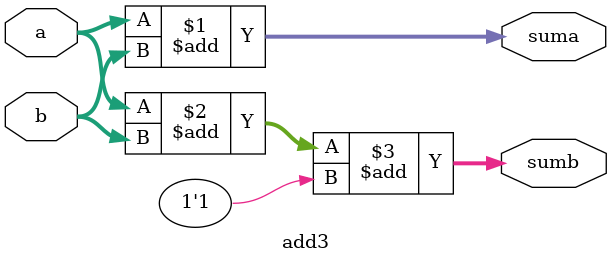
<source format=v>
`timescale 1ns / 1ps

module mpadder3 (
  input wire clk,
  input wire subtract,
  input wire [1026:0] in_a,
  input wire [1026:0] in_b,
  output wire [1027:0] result
);

    wire [1026:0] MuxB = (subtract) ? ~in_b : in_b;
    wire [1027:0] Sum;
    
    
    wire [1027:0] sumA;
    wire [1027:64] sumB;
    
    wire [15:0] carryA;
    wire [15:1] carryB;
    
    wire carry1;
    wire carry2;
    wire carry3;
    wire carry4;
    wire carry5;
    wire carry6;
    wire carry7;
    wire carry8;
    wire carry9;
    wire carry10;
    wire carry11;
    wire carry12;
    wire carry13;
    wire carry14;
    wire carry15;
    wire carry16;
    
  assign {carryA[0],sumA[63:0]} = in_a[63:0] + MuxB[63:0] + subtract;   
  //assign {carryB[0],sumB[63:0]} = 65'b0;
  add64 A2(in_a[127:64], MuxB[127:64],sumA[127:64], carryA[1], sumB[127:64], carryB[1]);
  add64 A3(in_a[191:128], MuxB[191:128],sumA[191:128], carryA[2], sumB[191:128], carryB[2]);
  add64 A4(in_a[255:192], MuxB[255:192],sumA[255:192], carryA[3], sumB[255:192], carryB[3]);
  add64 A5(in_a[319:256], MuxB[319:256],sumA[319:256], carryA[4], sumB[319:256], carryB[4]);
  add64 A6(in_a[383:320], MuxB[383:320],sumA[383:320], carryA[5], sumB[383:320], carryB[5]);
  add64 A7(in_a[447:384], MuxB[447:384],sumA[447:384], carryA[6], sumB[447:384], carryB[6]);
  add64 A8(in_a[511:448], MuxB[511:448],sumA[511:448], carryA[7], sumB[511:448], carryB[7]);
  add64 A9(in_a[575:512], MuxB[575:512],sumA[575:512], carryA[8], sumB[575:512], carryB[8]);
  add64 A10(in_a[639:576], MuxB[639:576],sumA[639:576], carryA[9], sumB[639:576], carryB[9]);
  add64 A11(in_a[703:640], MuxB[703:640],sumA[703:640], carryA[10], sumB[703:640], carryB[10]);
  add64 A12(in_a[767:704], MuxB[767:704],sumA[767:704], carryA[11], sumB[767:704], carryB[11]);
  add64 A13(in_a[831:768], MuxB[831:768],sumA[831:768], carryA[12], sumB[831:768], carryB[12]);
  add64 A14(in_a[895:832], MuxB[895:832],sumA[895:832], carryA[13], sumB[895:832], carryB[13]);
  add64 A15(in_a[959:896], MuxB[959:896],sumA[959:896], carryA[14], sumB[959:896], carryB[14]);
  add64 A16(in_a[1023:960], MuxB[1023:960],sumA[1023:960], carryA[15], sumB[1023:960], carryB[15]);
  add3 A17(in_a[1026:1024], MuxB[1026:1024],sumA[1027:1024], sumB[1027:1024]);
  

    


  reg [1027:0] regA;
  reg [1027:64] regB;
  reg [15:0] regcA;
  reg [15:1] regcB;
  reg sub;
  always @(posedge clk) 
  begin
    regA <= sumA;
    regB <= sumB;
    regcA <= carryA;
    regcB <= carryB;
    sub <= subtract;
  end  
  
    assign carry1 = regcA[0];
    assign carry2 = carry1? regcB[1]: regcA[1];
    assign carry3 = carry2? regcB[2]: regcA[2];
    assign carry4 = carry3? regcB[3]: regcA[3];
    assign carry5 = carry4? regcB[4]: regcA[4];
    assign carry6 = carry5? regcB[5]: regcA[5];
    assign carry7 = carry6? regcB[6]: regcA[6];
    assign carry8 = carry7? regcB[7]: regcA[7];
    assign carry9 = carry8? regcB[8]: regcA[8];
    assign carry10 = carry9? regcB[9]: regcA[9];
    assign carry11 = carry10? regcB[10]: regcA[10];
    assign carry12 = carry11? regcB[11]: regcA[11];
    assign carry13 = carry12? regcB[12]: regcA[12];
    assign carry14 = carry13? regcB[13]: regcA[13];
    assign carry15 = carry14? regcB[14]: regcA[14];
    assign carry16 = carry15? regcB[15]: regcA[15];
  
    assign Sum[63:0] = regA[63:0];
    assign Sum[127:64] = carry1? regB[127:64]: regA[127:64];
    assign Sum[191:128] = carry2? regB[191:128]: regA[191:128];
    assign Sum[255:192] = carry3? regB[255:192]: regA[255:192];
    assign Sum[319:256] = carry4? regB[319:256]: regA[319:256];
    assign Sum[383:320] = carry5? regB[383:320]: regA[383:320];
    assign Sum[447:384] = carry6? regB[447:384]: regA[447:384];
    assign Sum[511:448] = carry7? regB[511:448]: regA[511:448];
    assign Sum[575:512] = carry8? regB[575:512]: regA[575:512];
    assign Sum[639:576] = carry9? regB[639:576]: regA[639:576];
    assign Sum[703:640] = carry10? regB[703:640]: regA[703:640];
    assign Sum[767:704] = carry11? regB[767:704]: regA[767:704];
    assign Sum[831:768] = carry12? regB[831:768]: regA[831:768];
    assign Sum[895:832] = carry13? regB[895:832]: regA[895:832];
    assign Sum[959:896] = carry14? regB[959:896]: regA[959:896];
    assign Sum[1023:960] = carry15? regB[1023:960]: regA[1023:960];
    assign Sum[1027:1024] = carry16? regB[1027:1024]: regA[1027:1024];
  

  wire carry_out = sub ^ Sum[1027];
  assign result = {carry_out, Sum[1026:0]};


endmodule

module add64(
    input wire [63:0] a,
    input wire [63:0] b,
    output wire [63:0] suma,
    output wire carrya,
    output wire [63:0] sumb,
    output wire carryb
    );
    
    assign {carrya, suma} = a+b;
    assign {carryb, sumb} = a+b+1'b1;
    
    
endmodule

module add3(
    input wire [2:0] a,
    input wire [2:0] b,
    output wire [3:0] suma,
    output wire [3:0] sumb
    );
    
    assign suma= a+b;
    assign sumb = a+b+1'b1;
    
    
endmodule

</source>
